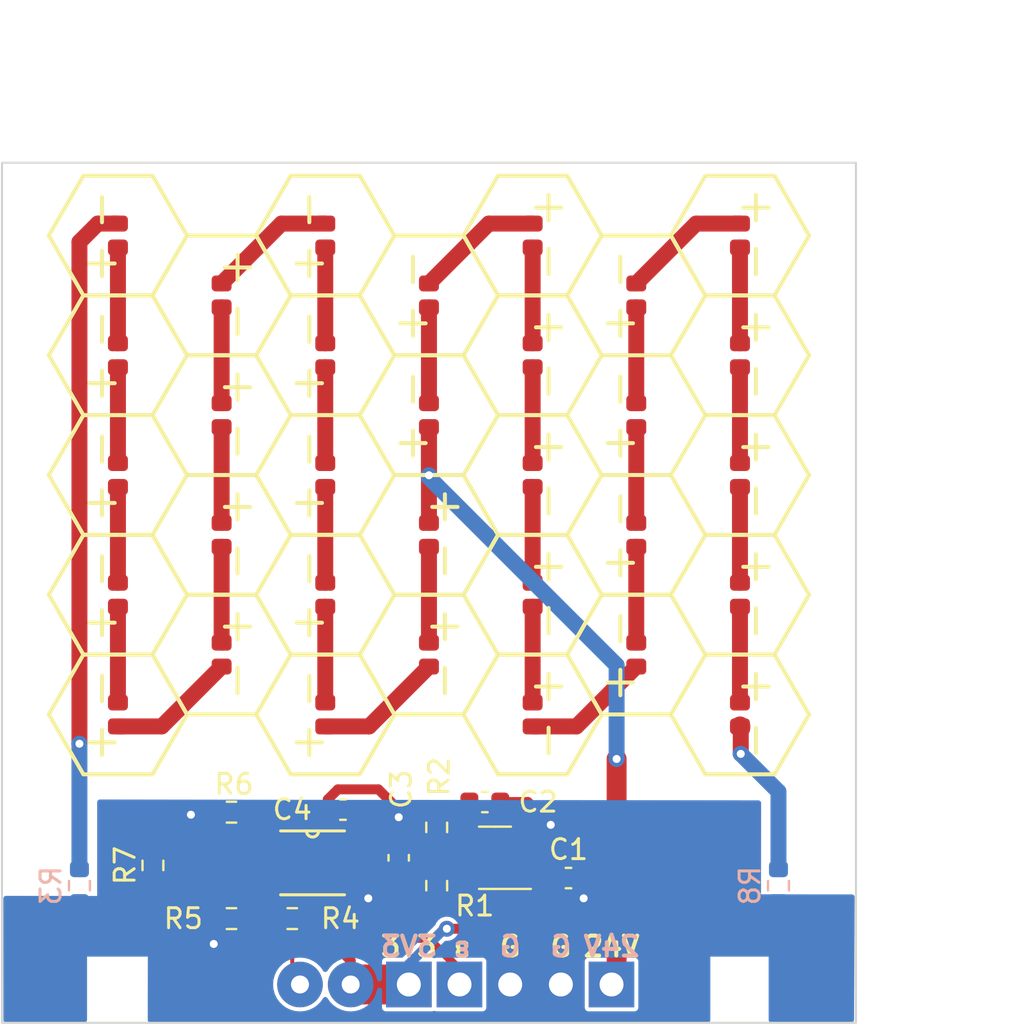
<source format=kicad_pcb>
(kicad_pcb (version 20211014) (generator pcbnew)
  (layers (0 "F.Cu" signal) (31 "B.Cu" signal) (34 "B.Paste" user) (35 "F.Paste" user) (36 "B.SilkS" user "B.Silkscreen") (37 "F.SilkS" user "F.Silkscreen") (38 "B.Mask" user) (39 "F.Mask" user) (44 "Edge.Cuts" user))
  (net 0 "")
  (net 1 "Net-(D1-Pad1)")
  (net 2 "GND")
  (net 3 "Net-(D5-Pad1)")
  (net 4 "Net-(D6-Pad1)")
  (net 5 "Net-(D7-Pad1)")
  (net 6 "Net-(D10-Pad1)")
  (net 7 "Net-(D11-Pad1)")
  (net 8 "Net-(D13-Pad1)")
  (net 9 "Net-(D14-Pad1)")
  (net 10 "Net-(D12-Pad1)")
  (net 11 "Net-(D17-Pad1)")
  (net 12 "Net-(D18-Pad1)")
  (net 13 "Net-(D19-Pad1)")
  (net 14 "Net-(D20-Pad1)")
  (net 15 "Net-(D21-Pad1)")
  (net 16 "Net-(D22-Pad1)")
  (net 17 "Net-(D23-Pad1)")
  (net 18 "Net-(D25-Pad1)")
  (net 19 "Net-(D26-Pad1)")
  (net 20 "Net-(D27-Pad1)")
  (net 21 "Net-(D28-Pad1)")
  (net 22 "Net-(D29-Pad1)")
  (net 23 "Net-(D30-Pad1)")
  (net 24 "Net-(D31-Pad1)")
  (net 25 "Net-(D8-Pad1)")
  (net 26 "Net-(D16-Pad1)")
  (net 27 "Net-(D24-Pad1)")
  (net 28 "Net-(D32-Pad1)")
  (net 29 "/24V")
  (net 30 "/3V3")
  (net 31 "/STRAIN")
  (net 32 "/bridge-")
  (net 33 "/Vmid")
  (net 34 "/bridge+")
  (net 35 "/r2")
  (net 36 "/r1")
  (net 37 "/bp")
  (net 38 "/adj")
  (net 39 "Net-(D1-Pad2)")
  (net 40 "Net-(D2-Pad2)")
  (net 41 "Net-(D3-Pad2)")
  (net 42 "Net-(D9-Pad1)")
  (net 43 "Net-(D14-Pad2)")
  (footprint "IRTouch:LED0603" (layer "F.Cu") (at 74.784609 42 -90)
    (fp_text reference "D20" hide)
    (fp_text value "LED")
    (pad "1" smd roundrect (at 0.6 0 270) (size 0.8 1) (layers "F.Cu" "F.Paste" "F.Mask") (net 14 "Net-(D20-Pad1)"))
    (pad "2" smd roundrect (at -0.6 0 270) (size 0.8 1) (layers "F.Cu" "F.Paste" "F.Mask") (net 13 "Net-(D19-Pad1)"))
  )
  (footprint "IRTouch:HEXAGON_3" (layer "F.Cu") (at 74.784609 36)
    (fp_text reference "REF**" hide)
    (fp_text value "HEXAGON_3" hide)
  )
  (footprint "IRTouch:LED0603" (layer "F.Cu") (at 85.176914 60 -90)
    (fp_text reference "D32" hide)
    (fp_text value "LED")
    (pad "1" smd roundrect (at 0.6 0 270) (size 0.8 1) (layers "F.Cu" "F.Paste" "F.Mask") (net 28 "Net-(D32-Pad1)"))
    (pad "2" smd roundrect (at -0.6 0 270) (size 0.8 1) (layers "F.Cu" "F.Paste" "F.Mask") (net 24 "Net-(D31-Pad1)"))
  )
  (footprint "IRTouch:LED0603" (layer "F.Cu") (at 64.392304 48 90)
    (fp_text reference "D12" hide)
    (fp_text value "LED")
    (pad "1" smd roundrect (at 0.6 0 90) (size 0.8 1) (layers "F.Cu" "F.Paste" "F.Mask") (net 10 "Net-(D12-Pad1)"))
    (pad "2" smd roundrect (at -0.6 0 90) (size 0.8 1) (layers "F.Cu" "F.Paste" "F.Mask") (net 8 "Net-(D13-Pad1)"))
  )
  (footprint "IRTouch:HEXAGON_3" (layer "F.Cu") (at 74.784609 48)
    (fp_text reference "REF**" hide)
    (fp_text value "HEXAGON_3" hide)
  )
  (footprint "IRTouch:LED0603" (layer "F.Cu") (at 69.588457 39 90)
    (fp_text reference "D18" hide)
    (fp_text value "LED")
    (pad "1" smd roundrect (at 0.6 0 90) (size 0.8 1) (layers "F.Cu" "F.Paste" "F.Mask") (net 12 "Net-(D18-Pad1)"))
    (pad "2" smd roundrect (at -0.6 0 90) (size 0.8 1) (layers "F.Cu" "F.Paste" "F.Mask") (net 11 "Net-(D17-Pad1)"))
  )
  (footprint "IRTouch:LED0603" (layer "F.Cu") (at 79.980762 57 90)
    (fp_text reference "D24" hide)
    (fp_text value "LED")
    (pad "1" smd roundrect (at 0.6 0 90) (size 0.8 1) (layers "F.Cu" "F.Paste" "F.Mask") (net 27 "Net-(D24-Pad1)"))
    (pad "2" smd roundrect (at -0.6 0 90) (size 0.8 1) (layers "F.Cu" "F.Paste" "F.Mask") (net 17 "Net-(D23-Pad1)"))
  )
  (footprint "IRTouch:HEXAGON_3" (layer "F.Cu") (at 54 36)
    (fp_text reference "REF**" hide)
    (fp_text value "HEXAGON_3" hide)
  )
  (footprint "Capacitor_SMD:C_0603_1608Metric" (layer "F.Cu") (at 72.39 64.389)
    (fp_text reference "C2" (at 2.667 0) (layer "F.SilkS"))
    (fp_text value "22nF")
    (pad "1" smd roundrect (at -0.775 0) (size 0.9 0.95) (layers "F.Cu" "F.Paste" "F.Mask") (net 37 "/bp"))
    (pad "2" smd roundrect (at 0.775 0) (size 0.9 0.95) (layers "F.Cu" "F.Paste" "F.Mask") (net 2 "GND"))
  )
  (footprint "IRTouch:HEXAGON_3" (layer "F.Cu") (at 54 48)
    (fp_text reference "REF**" hide)
    (fp_text value "HEXAGON_3" hide)
  )
  (footprint "IRTouch:LED0603" (layer "F.Cu") (at 85.176914 36 -90)
    (fp_text reference "D28" hide)
    (fp_text value "LED")
    (pad "1" smd roundrect (at 0.6 0 270) (size 0.8 1) (layers "F.Cu" "F.Paste" "F.Mask") (net 21 "Net-(D28-Pad1)"))
    (pad "2" smd roundrect (at -0.6 0 270) (size 0.8 1) (layers "F.Cu" "F.Paste" "F.Mask") (net 20 "Net-(D27-Pad1)"))
  )
  (footprint "IRTouch:LED0603" (layer "F.Cu") (at 74.784609 54 -90)
    (fp_text reference "D22" hide)
    (fp_text value "LED")
    (pad "1" smd roundrect (at 0.6 0 270) (size 0.8 1) (layers "F.Cu" "F.Paste" "F.Mask") (net 16 "Net-(D22-Pad1)"))
    (pad "2" smd roundrect (at -0.6 0 270) (size 0.8 1) (layers "F.Cu" "F.Paste" "F.Mask") (net 15 "Net-(D21-Pad1)"))
  )
  (footprint "IRTouch:2POS_INTERFACE" (layer "F.Cu") (at 71.12 73.533 180)
    (fp_text reference "I3" hide)
    (fp_text value "2POS_INTERFACE" hide)
    (pad "1" thru_hole rect (at 0 0 180) (size 2.286 2.286) (drill 1.2) (layers *.Cu *.Mask) (net 31 "/STRAIN"))
    (pad "2" thru_hole rect (at 2.54 0 180) (size 2.286 2.286) (drill 1.2) (layers *.Cu *.Mask) (net 30 "/3V3"))
  )
  (footprint "IRTouch:LED0603" (layer "F.Cu") (at 85.176914 48 -90)
    (fp_text reference "D30" hide)
    (fp_text value "LED")
    (pad "1" smd roundrect (at 0.6 0 270) (size 0.8 1) (layers "F.Cu" "F.Paste" "F.Mask") (net 23 "Net-(D30-Pad1)"))
    (pad "2" smd roundrect (at -0.6 0 270) (size 0.8 1) (layers "F.Cu" "F.Paste" "F.Mask") (net 22 "Net-(D29-Pad1)"))
  )
  (footprint "IRTouch:HEXAGON_3" (layer "F.Cu") (at 64.392304 54)
    (fp_text reference "REF**" hide)
    (fp_text value "HEXAGON_3" hide)
  )
  (footprint "Capacitor_SMD:C_0603_1608Metric" (layer "F.Cu") (at 68.072 67.183 90)
    (fp_text reference "C3" (at 3.429 0.127 90) (layer "F.SilkS"))
    (fp_text value "1µF")
    (pad "1" smd roundrect (at -0.775 0 90) (size 0.9 0.95) (layers "F.Cu" "F.Paste" "F.Mask") (net 33 "/Vmid"))
    (pad "2" smd roundrect (at 0.775 0 90) (size 0.9 0.95) (layers "F.Cu" "F.Paste" "F.Mask") (net 2 "GND"))
  )
  (footprint "IRTouch:HEXAGON_3" (layer "F.Cu") (at 69.588457 57)
    (fp_text reference "REF**" hide)
    (fp_text value "HEXAGON_3" hide)
  )
  (footprint "IRTouch:HEXAGON_3" (layer "F.Cu") (at 54 54)
    (fp_text reference "REF**" hide)
    (fp_text value "HEXAGON_3" hide)
  )
  (footprint "IRTouch:LED0603" (layer "F.Cu") (at 85.176914 54 -90)
    (fp_text reference "D31" hide)
    (fp_text value "LED")
    (pad "1" smd roundrect (at 0.6 0 270) (size 0.8 1) (layers "F.Cu" "F.Paste" "F.Mask") (net 24 "Net-(D31-Pad1)"))
    (pad "2" smd roundrect (at -0.6 0 270) (size 0.8 1) (layers "F.Cu" "F.Paste" "F.Mask") (net 23 "Net-(D30-Pad1)"))
  )
  (footprint "IRTouch:LED0603" (layer "F.Cu") (at 64.392304 60 90)
    (fp_text reference "D14" hide)
    (fp_text value "LED")
    (pad "1" smd roundrect (at 0.6 0 90) (size 0.8 1) (layers "F.Cu" "F.Paste" "F.Mask") (net 9 "Net-(D14-Pad1)"))
    (pad "2" smd roundrect (at -0.6 0 90) (size 0.8 1) (layers "F.Cu" "F.Paste" "F.Mask") (net 43 "Net-(D14-Pad2)"))
  )
  (footprint "Capacitor_SMD:C_0603_1608Metric" (layer "F.Cu") (at 76.581 68.199)
    (fp_text reference "C1" (at 0 -1.43) (layer "F.SilkS"))
    (fp_text value "2.2µF")
    (pad "1" smd roundrect (at -0.775 0) (size 0.9 0.95) (layers "F.Cu" "F.Paste" "F.Mask") (net 30 "/3V3"))
    (pad "2" smd roundrect (at 0.775 0) (size 0.9 0.95) (layers "F.Cu" "F.Paste" "F.Mask") (net 2 "GND"))
  )
  (footprint "IRTouch:HEXAGON_3" (layer "F.Cu") (at 59.196152 39)
    (fp_text reference "REF**" hide)
    (fp_text value "HEXAGON_3" hide)
  )
  (footprint "IRTouch:HEXAGON_3" (layer "F.Cu") (at 69.588457 39)
    (fp_text reference "REF**" hide)
    (fp_text value "HEXAGON_3" hide)
  )
  (footprint "IRTouch:LED0603" (layer "F.Cu") (at 69.588457 51 -90)
    (fp_text reference "D16" hide)
    (fp_text value "LED")
    (pad "1" smd roundrect (at 0.6 0 270) (size 0.8 1) (layers "F.Cu" "F.Paste" "F.Mask") (net 26 "Net-(D16-Pad1)"))
    (pad "2" smd roundrect (at -0.6 0 270) (size 0.8 1) (layers "F.Cu" "F.Paste" "F.Mask") (net 29 "/24V"))
  )
  (footprint "IRTouch:1POS_INTERFACE" (layer "F.Cu") (at 73.66 73.533)
    (fp_text reference "U3" hide)
    (fp_text value "1POS_INTERFACE" hide)
    (pad "1" thru_hole rect (at 0 0) (size 2.286 2.286) (drill 1.2) (layers *.Mask "F.Cu" "In1.Cu" "B.Cu") (net 2 "GND"))
  )
  (footprint "IRTouch:LED0603" (layer "F.Cu") (at 59.196152 51 -90)
    (fp_text reference "D7" hide)
    (fp_text value "LED")
    (pad "1" smd roundrect (at 0.6 0 270) (size 0.8 1) (layers "F.Cu" "F.Paste" "F.Mask") (net 5 "Net-(D7-Pad1)"))
    (pad "2" smd roundrect (at -0.6 0 270) (size 0.8 1) (layers "F.Cu" "F.Paste" "F.Mask") (net 25 "Net-(D8-Pad1)"))
  )
  (footprint "IRTouch:HEXAGON_3" (layer "F.Cu") (at 64.392304 36)
    (fp_text reference "REF**" hide)
    (fp_text value "HEXAGON_3" hide)
  )
  (footprint "IRTouch:HEXAGON_3" (layer "F.Cu") (at 74.784609 42)
    (fp_text reference "REF**" hide)
    (fp_text value "HEXAGON_3" hide)
  )
  (footprint "IRTouch:2POS_STRAIN_INTERFACE" (layer "F.Cu") (at 64.394229 73.533)
    (fp_text reference "I1" hide)
    (fp_text value "2POS_INTERFACE" hide)
    (pad "1" thru_hole circle (at -1.27 0) (size 2.286 2.286) (drill 0.9) (layers *.Cu *.Mask) (net 32 "/bridge-"))
    (pad "2" thru_hole circle (at 1.27 0) (size 2.286 2.286) (drill 0.9) (layers *.Cu *.Mask) (net 30 "/3V3"))
  )
  (footprint "IRTouch:HEXAGON_3" (layer "F.Cu") (at 79.980762 39)
    (fp_text reference "REF**" hide)
    (fp_text value "HEXAGON_3" hide)
  )
  (footprint "IRTouch:LED0603" (layer "F.Cu") (at 69.588457 57 -90)
    (fp_text reference "D15" hide)
    (fp_text value "LED")
    (pad "1" smd roundrect (at 0.6 0 270) (size 0.8 1) (layers "F.Cu" "F.Paste" "F.Mask") (net 43 "Net-(D14-Pad2)"))
    (pad "2" smd roundrect (at -0.6 0 270) (size 0.8 1) (layers "F.Cu" "F.Paste" "F.Mask") (net 26 "Net-(D16-Pad1)"))
  )
  (footprint "IRTouch:LED0603" (layer "F.Cu") (at 54 42 90)
    (fp_text reference "D2" hide)
    (fp_text value "LED")
    (pad "1" smd roundrect (at 0.6 0 90) (size 0.8 1) (layers "F.Cu" "F.Paste" "F.Mask") (net 39 "Net-(D1-Pad2)"))
    (pad "2" smd roundrect (at -0.6 0 90) (size 0.8 1) (layers "F.Cu" "F.Paste" "F.Mask") (net 40 "Net-(D2-Pad2)"))
  )
  (footprint "IRTouch:LED0603" (layer "F.Cu") (at 64.392304 54 90)
    (fp_text reference "D13" hide)
    (fp_text value "LED")
    (pad "1" smd roundrect (at 0.6 0 90) (size 0.8 1) (layers "F.Cu" "F.Paste" "F.Mask") (net 8 "Net-(D13-Pad1)"))
    (pad "2" smd roundrect (at -0.6 0 90) (size 0.8 1) (layers "F.Cu" "F.Paste" "F.Mask") (net 9 "Net-(D14-Pad1)"))
  )
  (footprint "Resistor_SMD:R_0603_1608Metric" (layer "F.Cu") (at 69.977 68.58 90)
    (fp_text reference "R1" (at -1.016 1.905 180) (layer "F.SilkS"))
    (fp_text value "106k")
    (pad "1" smd roundrect (at -0.825 0 90) (size 0.8 0.95) (layers "F.Cu" "F.Paste" "F.Mask") (net 33 "/Vmid"))
    (pad "2" smd roundrect (at 0.825 0 90) (size 0.8 0.95) (layers "F.Cu" "F.Paste" "F.Mask") (net 38 "/adj"))
  )
  (footprint "Resistor_SMD:R_0603_1608Metric" (layer "F.Cu") (at 59.69 70.231 180)
    (fp_text reference "R5" (at 2.413 0) (layer "F.SilkS"))
    (fp_text value "14k")
    (pad "1" smd roundrect (at -0.825 0 180) (size 0.8 0.95) (layers "F.Cu" "F.Paste" "F.Mask") (net 34 "/bridge+"))
    (pad "2" smd roundrect (at 0.825 0 180) (size 0.8 0.95) (layers "F.Cu" "F.Paste" "F.Mask") (net 2 "GND"))
  )
  (footprint "IRTouch:HEXAGON_3" (layer "F.Cu") (at 54 42)
    (fp_text reference "REF**" hide)
    (fp_text value "HEXAGON_3" hide)
  )
  (footprint "" (layer "F.Cu") (at 54 73.587266)
    (fp_text reference "" (at 0 0) (layer "F.SilkS") (effects (font (size 1.27 1.27))))
    (fp_text value "" (at 0 0) (layer "F.SilkS") (effects (font (size 1.27 1.27))))
    (pad "" np_thru_hole circle (at 0 0) (size 1.5 1.5) (drill 2.1) (layers F&B.Cu *.Mask))
  )
  (footprint "Resistor_SMD:R_0603_1608Metric" (layer "F.Cu") (at 69.977 65.659 90)
    (fp_text reference "R2" (at 2.54 0.127 90) (layer "F.SilkS"))
    (fp_text value "100k")
    (pad "1" smd roundrect (at -0.825 0 90) (size 0.8 0.95) (layers "F.Cu" "F.Paste" "F.Mask") (net 38 "/adj"))
    (pad "2" smd roundrect (at 0.825 0 90) (size 0.8 0.95) (layers "F.Cu" "F.Paste" "F.Mask") (net 2 "GND"))
  )
  (footprint "IRTouch:HEXAGON_3" (layer "F.Cu") (at 64.392304 48)
    (fp_text reference "REF**" hide)
    (fp_text value "HEXAGON_3" hide)
  )
  (footprint "IRTouch:LED0603" (layer "F.Cu") (at 59.196152 45 -90)
    (fp_text reference "D8" hide)
    (fp_text value "LED")
    (pad "1" smd roundrect (at 0.6 0 270) (size 0.8 1) (layers "F.Cu" "F.Paste" "F.Mask") (net 25 "Net-(D8-Pad1)"))
    (pad "2" smd roundrect (at -0.6 0 270) (size 0.8 1) (layers "F.Cu" "F.Paste" "F.Mask") (net 42 "Net-(D9-Pad1)"))
  )
  (footprint "IRTouch:LED0603" (layer "F.Cu") (at 79.980762 51 90)
    (fp_text reference "D25" hide)
    (fp_text value "LED")
    (pad "1" smd roundrect (at 0.6 0 90) (size 0.8 1) (layers "F.Cu" "F.Paste" "F.Mask") (net 18 "Net-(D25-Pad1)"))
    (pad "2" smd roundrect (at -0.6 0 90) (size 0.8 1) (layers "F.Cu" "F.Paste" "F.Mask") (net 27 "Net-(D24-Pad1)"))
  )
  (footprint "IRTouch:LED0603" (layer "F.Cu") (at 74.784609 48 -90)
    (fp_text reference "D21" hide)
    (fp_text value "LED")
    (pad "1" smd roundrect (at 0.6 0 270) (size 0.8 1) (layers "F.Cu" "F.Paste" "F.Mask") (net 15 "Net-(D21-Pad1)"))
    (pad "2" smd roundrect (at -0.6 0 270) (size 0.8 1) (layers "F.Cu" "F.Paste" "F.Mask") (net 14 "Net-(D20-Pad1)"))
  )
  (footprint "IRTouch:2POS_INTERFACE" (layer "F.Cu") (at 76.2 73.533)
    (fp_text reference "I2" hide)
    (fp_text value "2POS_INTERFACE" hide)
    (pad "1" thru_hole rect (at 0 0) (size 2.286 2.286) (drill 1.2) (layers *.Cu *.Mask) (net 2 "GND"))
    (pad "2" thru_hole rect (at 2.54 0) (size 2.286 2.286) (drill 1.2) (layers *.Cu *.Mask) (net 29 "/24V"))
  )
  (footprint "" (layer "F.Cu") (at 79.980762 34.5)
    (fp_text reference "" (at 0 0) (layer "F.SilkS") (effects (font (size 1.27 1.27))))
    (fp_text value "" (at 0 0) (layer "F.SilkS") (effects (font (size 1.27 1.27))))
    (pad "" np_thru_hole circle (at 0 0) (size 1.5 1.5) (drill 2.1) (layers F&B.Cu *.Mask))
  )
  (footprint "IRTouch:LED0603" (layer "F.Cu") (at 54 48 90)
    (fp_text reference "D3" hide)
    (fp_text value "LED")
    (pad "1" smd roundrect (at 0.6 0 90) (size 0.8 1) (layers "F.Cu" "F.Paste" "F.Mask") (net 40 "Net-(D2-Pad2)"))
    (pad "2" smd roundrect (at -0.6 0 90) (size 0.8 1) (layers "F.Cu" "F.Paste" "F.Mask") (net 41 "Net-(D3-Pad2)"))
  )
  (footprint "IRTouch:LED0603" (layer "F.Cu") (at 74.784609 36 -90)
    (fp_text reference "D19" hide)
    (fp_text value "LED")
    (pad "1" smd roundrect (at 0.6 0 270) (size 0.8 1) (layers "F.Cu" "F.Paste" "F.Mask") (net 13 "Net-(D19-Pad1)"))
    (pad "2" smd roundrect (at -0.6 0 270) (size 0.8 1) (layers "F.Cu" "F.Paste" "F.Mask") (net 12 "Net-(D18-Pad1)"))
  )
  (footprint "" (layer "F.Cu") (at 69.588457 34.5)
    (fp_text reference "" (at 0 0) (layer "F.SilkS") (effects (font (size 1.27 1.27))))
    (fp_text value "" (at 0 0) (layer "F.SilkS") (effects (font (size 1.27 1.27))))
    (pad "" np_thru_hole circle (at 0 0) (size 1.5 1.5) (drill 2.1) (layers F&B.Cu *.Mask))
  )
  (footprint "IRTouch:LED0603" (layer "F.Cu") (at 74.784609 60 -90)
    (fp_text reference "D23" hide)
    (fp_text value "LED")
    (pad "1" smd roundrect (at 0.6 0 270) (size 0.8 1) (layers "F.Cu" "F.Paste" "F.Mask") (net 17 "Net-(D23-Pad1)"))
    (pad "2" smd roundrect (at -0.6 0 270) (size 0.8 1) (layers "F.Cu" "F.Paste" "F.Mask") (net 16 "Net-(D22-Pad1)"))
  )
  (footprint "IRTouch:LED0603" (layer "F.Cu") (at 64.392304 36 90)
    (fp_text reference "D10" hide)
    (fp_text value "LED")
    (pad "1" smd roundrect (at 0.6 0 90) (size 0.8 1) (layers "F.Cu" "F.Paste" "F.Mask") (net 6 "Net-(D10-Pad1)"))
    (pad "2" smd roundrect (at -0.6 0 90) (size 0.8 1) (layers "F.Cu" "F.Paste" "F.Mask") (net 7 "Net-(D11-Pad1)"))
  )
  (footprint "IRTouch:SOP65P490X110-8N" (layer "F.Cu") (at 63.754 67.437)
    (fp_text reference "U2" hide)
    (fp_text value "AD8221ARMZ")
    (pad "1" smd rect (at -2.1844 -0.9652) (size 1.4986 0.4318) (layers "F.Cu" "F.Paste" "F.Mask") (net 32 "/bridge-"))
    (pad "2" smd rect (at -2.1844 -0.3302) (size 1.4986 0.4318) (layers "F.Cu" "F.Paste" "F.Mask") (net 36 "/r1"))
    (pad "3" smd rect (at -2.1844 0.3302) (size 1.4986 0.4318) (layers "F.Cu" "F.Paste" "F.Mask") (net 35 "/r2"))
    (pad "4" smd rect (at -2.1844 0.9652) (size 1.4986 0.4318) (layers "F.Cu" "F.Paste" "F.Mask") (net 34 "/bridge+"))
    (pad "5" smd rect (at 2.1844 0.9652) (size 1.4986 0.4318) (layers "F.Cu" "F.Paste" "F.Mask") (net 2 "GND"))
    (pad "6" smd rect (at 2.1844 0.3302) (size 1.4986 0.4318) (layers "F.Cu" "F.Paste" "F.Mask") (net 33 "/Vmid"))
    (pad "7" smd rect (at 2.1844 -0.3302) (size 1.4986 0.4318) (layers "F.Cu" "F.Paste" "F.Mask") (net 31 "/STRAIN"))
    (pad "8" smd rect (at 2.1844 -0.9652) (size 1.4986 0.4318) (layers "F.Cu" "F.Paste" "F.Mask") (net 30 "/3V3"))
  )
  (footprint "" (layer "F.Cu") (at 85.176914 73.587266)
    (fp_text reference "" (at 0 0) (layer "F.SilkS") (effects (font (size 1.27 1.27))))
    (fp_text value "" (at 0 0) (layer "F.SilkS") (effects (font (size 1.27 1.27))))
    (pad "" np_thru_hole circle (at 0 0) (size 1.5 1.5) (drill 2.1) (layers F&B.Cu *.Mask))
  )
  (footprint "IRTouch:HEXAGON_3" (layer "F.Cu") (at 85.176914 36)
    (fp_text reference "REF**" hide)
    (fp_text value "HEXAGON_3" hide)
  )
  (footprint "IRTouch:LED0603" (layer "F.Cu") (at 79.980762 45 90)
    (fp_text reference "D26" hide)
    (fp_text value "LED")
    (pad "1" smd roundrect (at 0.6 0 90) (size 0.8 1) (layers "F.Cu" "F.Paste" "F.Mask") (net 19 "Net-(D26-Pad1)"))
    (pad "2" smd roundrect (at -0.6 0 90) (size 0.8 1) (layers "F.Cu" "F.Paste" "F.Mask") (net 18 "Net-(D25-Pad1)"))
  )
  (footprint "IRTouch:HEXAGON_3" (layer "F.Cu") (at 69.588457 45)
    (fp_text reference "REF**" hide)
    (fp_text value "HEXAGON_3" hide)
  )
  (footprint "Resistor_SMD:R_0603_1608Metric" (layer "F.Cu") (at 62.738 70.231 180)
    (fp_text reference "R4" (at -2.413 0) (layer "F.SilkS"))
    (fp_text value "14k")
    (pad "1" smd roundrect (at -0.825 0 180) (size 0.8 0.95) (layers "F.Cu" "F.Paste" "F.Mask") (net 30 "/3V3"))
    (pad "2" smd roundrect (at 0.825 0 180) (size 0.8 0.95) (layers "F.Cu" "F.Paste" "F.Mask") (net 34 "/bridge+"))
  )
  (footprint "IRTouch:HEXAGON_3" (layer "F.Cu") (at 74.784609 60)
    (fp_text reference "REF**" hide)
    (fp_text value "HEXAGON_3" hide)
  )
  (footprint "IRTouch:HEXAGON_3" (layer "F.Cu") (at 85.176914 60)
    (fp_text reference "REF**" hide)
    (fp_text value "HEXAGON_3" hide)
  )
  (footprint "IRTouch:HEXAGON_3" (layer "F.Cu") (at 85.176914 54)
    (fp_text reference "REF**" hide)
    (fp_text value "HEXAGON_3" hide)
  )
  (footprint "IRTouch:HEXAGON_3" (layer "F.Cu") (at 59.196152 57)
    (fp_text reference "REF**" hide)
    (fp_text value "HEXAGON_3" hide)
  )
  (footprint "IRTouch:LED0603" (layer "F.Cu") (at 69.588457 45 90)
    (fp_text reference "D17" hide)
    (fp_text value "LED")
    (pad "1" smd roundrect (at 0.6 0 90) (size 0.8 1) (layers "F.Cu" "F.Paste" "F.Mask") (net 11 "Net-(D17-Pad1)"))
    (pad "2" smd roundrect (at -0.6 0 90) (size 0.8 1) (layers "F.Cu" "F.Paste" "F.Mask") (net 29 "/24V"))
  )
  (footprint "IRTouch:HEXAGON_3" (layer "F.Cu") (at 64.392304 42)
    (fp_text reference "REF**" hide)
    (fp_text value "HEXAGON_3" hide)
  )
  (footprint "IRTouch:LED0603" (layer "F.Cu") (at 64.392304 42 90)
    (fp_text reference "D11" hide)
    (fp_text value "LED")
    (pad "1" smd roundrect (at 0.6 0 90) (size 0.8 1) (layers "F.Cu" "F.Paste" "F.Mask") (net 7 "Net-(D11-Pad1)"))
    (pad "2" smd roundrect (at -0.6 0 90) (size 0.8 1) (layers "F.Cu" "F.Paste" "F.Mask") (net 10 "Net-(D12-Pad1)"))
  )
  (footprint "Capacitor_SMD:C_0603_1608Metric" (layer "F.Cu") (at 65.278 64.77 180)
    (fp_text reference "C4" (at 2.54 0) (layer "F.SilkS"))
    (fp_text value "0.1µF")
    (pad "1" smd roundrect (at -0.775 0 180) (size 0.9 0.95) (layers "F.Cu" "F.Paste" "F.Mask") (net 30 "/3V3"))
    (pad "2" smd roundrect (at 0.775 0 180) (size 0.9 0.95) (layers "F.Cu" "F.Paste" "F.Mask") (net 2 "GND"))
  )
  (footprint "IRTouch:SOT-23-6" (layer "F.Cu") (at 72.898 67.183 180)
    (fp_text reference "U1" hide)
    (fp_text value "RT9065GE" hide)
    (pad "1" smd roundrect (at -1.1375 -0.95 180) (size 1.325 0.6) (layers "F.Cu" "F.Paste" "F.Mask") (net 30 "/3V3"))
    (pad "2" smd roundrect (at -1.1375 0 180) (size 1.325 0.6) (layers "F.Cu" "F.Paste" "F.Mask") (net 2 "GND"))
    (pad "3" smd roundrect (at -1.1375 0.95 180) (size 1.325 0.6) (layers "F.Cu" "F.Paste" "F.Mask") (net 30 "/3V3"))
    (pad "4" smd roundrect (at 1.1375 0.95 180) (size 1.325 0.6) (layers "F.Cu" "F.Paste" "F.Mask") (net 37 "/bp"))
    (pad "5" smd roundrect (at 1.1375 0 180) (size 1.325 0.6) (layers "F.Cu" "F.Paste" "F.Mask") (net 38 "/adj"))
    (pad "6" smd roundrect (at 1.1375 -0.95 180) (size 1.325 0.6) (layers "F.Cu" "F.Paste" "F.Mask") (net 33 "/Vmid"))
  )
  (footprint "Resistor_SMD:R_0603_1608Metric" (layer "F.Cu") (at 59.69 64.897 180)
    (fp_text reference "R6" (at -0.127 1.397) (layer "F.SilkS"))
    (fp_text value "14k")
    (pad "1" smd roundrect (at -0.825 0 180) (size 0.8 0.95) (layers "F.Cu" "F.Paste" "F.Mask") (net 32 "/bridge-"))
    (pad "2" smd roundrect (at 0.825 0 180) (size 0.8 0.95) (layers "F.Cu" "F.Paste" "F.Mask") (net 2 "GND"))
  )
  (footprint "IRTouch:LED0603" (layer "F.Cu") (at 54 36 90)
    (fp_text reference "D1" hide)
    (fp_text value "LED")
    (pad "1" smd roundrect (at 0.6 0 90) (size 0.8 1) (layers "F.Cu" "F.Paste" "F.Mask") (net 1 "Net-(D1-Pad1)"))
    (pad "2" smd roundrect (at -0.6 0 90) (size 0.8 1) (layers "F.Cu" "F.Paste" "F.Mask") (net 39 "Net-(D1-Pad2)"))
  )
  (footprint "IRTouch:LED0603" (layer "F.Cu") (at 54 54 90)
    (fp_text reference "D4" hide)
    (fp_text value "LED")
    (pad "1" smd roundrect (at 0.6 0 90) (size 0.8 1) (layers "F.Cu" "F.Paste" "F.Mask") (net 41 "Net-(D3-Pad2)"))
    (pad "2" smd roundrect (at -0.6 0 90) (size 0.8 1) (layers "F.Cu" "F.Paste" "F.Mask") (net 3 "Net-(D5-Pad1)"))
  )
  (footprint "IRTouch:HEXAGON_3" (layer "F.Cu") (at 69.588457 51)
    (fp_text reference "REF**" hide)
    (fp_text value "HEXAGON_3" hide)
  )
  (footprint "IRTouch:LED0603" (layer "F.Cu") (at 54 60 90)
    (fp_text reference "D5" hide)
    (fp_text value "LED")
    (pad "1" smd roundrect (at 0.6 0 90) (size 0.8 1) (layers "F.Cu" "F.Paste" "F.Mask") (net 3 "Net-(D5-Pad1)"))
    (pad "2" smd roundrect (at -0.6 0 90) (size 0.8 1) (layers "F.Cu" "F.Paste" "F.Mask") (net 4 "Net-(D6-Pad1)"))
  )
  (footprint "IRTouch:HEXAGON_3" (layer "F.Cu") (at 54 60)
    (fp_text reference "REF**" hide)
    (fp_text value "HEXAGON_3" hide)
  )
  (footprint "IRTouch:HEXAGON_3" (layer "F.Cu") (at 64.392304 60)
    (fp_text reference "REF**" hide)
    (fp_text value "HEXAGON_3" hide)
  )
  (footprint "IRTouch:HEXAGON_3" (layer "F.Cu") (at 74.784609 54)
    (fp_text reference "REF**" hide)
    (fp_text value "HEXAGON_3" hide)
  )
  (footprint "IRTouch:HEXAGON_3" (layer "F.Cu") (at 59.196152 51)
    (fp_text reference "REF**" hide)
    (fp_text value "HEXAGON_3" hide)
  )
  (footprint "IRTouch:LED0603" (layer "F.Cu") (at 85.176914 42 -90)
    (fp_text reference "D29" hide)
    (fp_text value "LED")
    (pad "1" smd roundrect (at 0.6 0 270) (size 0.8 1) (layers "F.Cu" "F.Paste" "F.Mask") (net 22 "Net-(D29-Pad1)"))
    (pad "2" smd roundrect (at -0.6 0 270) (size 0.8 1) (layers "F.Cu" "F.Paste" "F.Mask") (net 21 "Net-(D28-Pad1)"))
  )
  (footprint "IRTouch:HEXAGON_3" (layer "F.Cu") (at 59.196152 45)
    (fp_text reference "REF**" hide)
    (fp_text value "HEXAGON_3" hide)
  )
  (footprint "IRTouch:LED0603" (layer "F.Cu") (at 59.196152 39 -90)
    (fp_text reference "D9" hide)
    (fp_text value "LED")
    (pad "1" smd roundrect (at 0.6 0 270) (size 0.8 1) (layers "F.Cu" "F.Paste" "F.Mask") (net 42 "Net-(D9-Pad1)"))
    (pad "2" smd roundrect (at -0.6 0 270) (size 0.8 1) (layers "F.Cu" "F.Paste" "F.Mask") (net 6 "Net-(D10-Pad1)"))
  )
  (footprint "IRTouch:LED0603" (layer "F.Cu") (at 59.196152 57 -90)
    (fp_text reference "D6" hide)
    (fp_text value "LED")
    (pad "1" smd roundrect (at 0.6 0 270) (size 0.8 1) (layers "F.Cu" "F.Paste" "F.Mask") (net 4 "Net-(D6-Pad1)"))
    (pad "2" smd roundrect (at -0.6 0 270) (size 0.8 1) (layers "F.Cu" "F.Paste" "F.Mask") (net 5 "Net-(D7-Pad1)"))
  )
  (footprint "IRTouch:HEXAGON_3" (layer "F.Cu") (at 85.176914 48)
    (fp_text reference "REF**" hide)
    (fp_text value "HEXAGON_3" hide)
  )
  (footprint "IRTouch:HEXAGON_3" (layer "F.Cu") (at 85.176914 42)
    (fp_text reference "REF**" hide)
    (fp_text value "HEXAGON_3" hide)
  )
  (footprint "" (layer "F.Cu") (at 59.2 34.5)
    (fp_text reference "" (at 0 0) (layer "F.SilkS") (effects (font (size 1.27 1.27))))
    (fp_text value "" (at 0 0) (layer "F.SilkS") (effects (font (size 1.27 1.27))))
    (pad "" np_thru_hole circle (at 0 0) (size 1.5 1.5) (drill 2.1) (layers F&B.Cu *.Mask))
  )
  (footprint "Resistor_SMD:R_0603_1608Metric" (layer "F.Cu") (at 55.753 67.564 -90)
    (fp_text reference "R7" (at 0 1.397 90) (layer "F.SilkS"))
    (fp_text value "R")
    (pad "1" smd roundrect (at -0.825 0 270) (size 0.8 0.95) (layers "F.Cu" "F.Paste" "F.Mask") (net 36 "/r1"))
    (pad "2" smd roundrect (at 0.825 0 270) (size 0.8 0.95) (layers "F.Cu" "F.Paste" "F.Mask") (net 35 "/r2"))
  )
  (footprint "IRTouch:HEXAGON_3" (layer "F.Cu") (at 79.980762 57)
    (fp_text reference "REF**" hide)
    (fp_text value "HEXAGON_3" hide)
  )
  (footprint "IRTouch:LED0603" (layer "F.Cu") (at 79.980762 39 90)
    (fp_text reference "D27" hide)
    (fp_text value "LED")
    (pad "1" smd roundrect (at 0.6 0 90) (size 0.8 1) (layers "F.Cu" "F.Paste" "F.Mask") (net 20 "Net-(D27-Pad1)"))
    (pad "2" smd roundrect (at -0.6 0 90) (size 0.8 1) (layers "F.Cu" "F.Paste" "F.Mask") (net 19 "Net-(D26-Pad1)"))
  )
  (footprint "IRTouch:HEXAGON_3" (layer "F.Cu") (at 79.980762 51)
    (fp_text reference "REF**" hide)
    (fp_text value "HEXAGON_3" hide)
  )
  (footprint "Resistor_SMD:R_0603_1608Metric" (layer "B.Cu") (at 52.07 68.58 -90)
    (fp_text reference "R3" (at 0 1.43 90) (layer "B.SilkS") (effects (justify mirror)))
    (fp_text value "R")
    (pad "1" smd roundrect (at -0.825 0 270) (size 0.8 0.95) (layers "B.Cu" "B.Paste" "B.Mask") (net 1 "Net-(D1-Pad1)"))
    (pad "2" smd roundrect (at 0.825 0 270) (size 0.8 0.95) (layers "B.Cu" "B.Paste" "B.Mask") (net 2 "GND"))
  )
  (footprint "Resistor_SMD:R_0603_1608Metric" (layer "B.Cu") (at 87.106957 68.58 -90)
    (fp_text reference "R8" (at 0 1.43 -270) (layer "B.SilkS") (effects (justify mirror)))
    (fp_text value "R")
    (pad "1" smd roundrect (at -0.825 0 270) (size 0.8 0.95) (layers "B.Cu" "B.Paste" "B.Mask") (net 28 "Net-(D32-Pad1)"))
    (pad "2" smd roundrect (at 0.825 0 270) (size 0.8 0.95) (layers "B.Cu" "B.Paste" "B.Mask") (net 2 "GND"))
  )
  (gr_rect (start 48.188457 32.35) (end 90.988457 75.45) (layer "Edge.Cuts") (width 0.1) (fill none))
  (gr_text "3V3" (at 68.58 71.628) (layer "B.SilkS") (effects (font (size 1 1) (thickness 0.2)) (justify mirror)))
  (gr_text "ε" (at 71.247 71.882 -180) (layer "B.SilkS") (effects (font (size 1 1) (thickness 0.2))))
  (gr_text "G" (at 73.66 71.628) (layer "B.SilkS") (effects (font (size 1 1) (thickness 0.2)) (justify mirror)))
  (gr_text "24V" (at 78.74 71.628) (layer "B.SilkS") (effects (font (size 1 1) (thickness 0.2)) (justify mirror)))
  (gr_text "G" (at 76.2 71.628) (layer "B.SilkS") (effects (font (size 1 1) (thickness 0.2)) (justify mirror)))
  (gr_text "24V" (at 78.74 71.628) (layer "F.SilkS") (effects (font (size 1 1) (thickness 0.2))))
  (gr_text "ε" (at 71.247 71.882 180) (layer "F.SilkS") (effects (font (size 1 1) (thickness 0.2)) (justify mirror)))
  (gr_text "G" (at 76.2 71.628) (layer "F.SilkS") (effects (font (size 1 1) (thickness 0.2))))
  (gr_text "G" (at 73.66 71.628) (layer "F.SilkS") (effects (font (size 1 1) (thickness 0.2))))
  (gr_text "3V3" (at 68.58 71.628) (layer "F.SilkS") (effects (font (size 1 1) (thickness 0.2))))
  (segment (start 52.07 36.322) (end 52.992 35.4) (width 0.8) (layer "F.Cu") (net 1))
  (segment (start 52.07 61.468) (end 52.07 36.322) (width 0.8) (layer "F.Cu") (net 1))
  (segment (start 52.992 35.4) (end 54 35.4) (width 0.8) (layer "F.Cu") (net 1))
  (via (at 52.07 61.468) (size 0.8) (drill 0.4) (layers "F.Cu" "B.Cu") (net 1))
  (segment (start 52.07 67.755) (end 52.07 61.468) (width 0.8) (layer "B.Cu") (net 1))
  (segment (start 77.356 69.202) (end 77.343 69.215) (width 0.5) (layer "F.Cu") (net 2))
  (segment (start 58.865 70.231) (end 58.865 71.437) (width 0.8) (layer "F.Cu") (net 2))
  (segment (start 65.9384 68.6054) (end 66.548 69.215) (width 0.4) (layer "F.Cu") (net 2))
  (segment (start 64.503 64.77) (end 64.516 64.757) (width 0.5) (layer "F.Cu") (net 2))
  (segment (start 65.9384 68.4022) (end 65.9384 68.6054) (width 0.25) (layer "F.Cu") (net 2))
  (segment (start 67.056 63.754) (end 68.072 64.77) (width 0.5) (layer "F.Cu") (net 2))
  (segment (start 69.977 64.834) (end 68.389 64.834) (width 0.8) (layer "F.Cu") (net 2))
  (segment (start 74.0355 67.183) (end 76.34 67.183) (width 0.5) (layer "F.Cu") (net 2))
  (segment (start 76.34 67.183) (end 77.356 68.199) (width 0.5) (layer "F.Cu") (net 2))
  (segment (start 68.072 66.408) (end 68.072 65.151) (width 0.5) (layer "F.Cu") (net 2))
  (segment (start 68.072 64.77) (end 68.072 65.151) (width 0.5) (layer "F.Cu") (net 2))
  (segment (start 68.389 64.834) (end 68.072 65.151) (width 0.8) (layer "F.Cu") (net 2))
  (segment (start 77.356 68.199) (end 77.356 69.202) (width 0.5) (layer "F.Cu") (net 2))
  (segment (start 57.785 64.897) (end 58.865 64.897) (width 0.8) (layer "F.Cu") (net 2))
  (segment (start 58.865 71.437) (end 58.801 71.501) (width 0.8) (layer "F.Cu") (net 2))
  (segment (start 64.516 64.757) (end 64.516 64.262) (width 0.5) (layer "F.Cu") (net 2))
  (segment (start 74.549 64.389) (end 75.692 65.532) (width 0.5) (layer "F.Cu") (net 2))
  (segment (start 57.658 65.024) (end 57.785 64.897) (width 0.8) (layer "F.Cu") (net 2))
  (segment (start 65.024 63.754) (end 67.056 63.754) (width 0.5) (layer "F.Cu") (net 2))
  (segment (start 73.165 64.389) (end 74.549 64.389) (width 0.5) (layer "F.Cu") (net 2))
  (segment (start 64.516 64.262) (end 65.024 63.754) (width 0.5) (layer "F.Cu") (net 2))
  (via (at 75.692 65.532) (size 0.8) (drill 0.4) (layers "F.Cu" "B.Cu") (net 2))
  (via (at 57.658 65.024) (size 0.8) (drill 0.4) (layers "F.Cu" "B.Cu") (net 2))
  (via (at 58.801 71.501) (size 0.8) (drill 0.4) (layers "F.Cu" "B.Cu") (net 2))
  (via (at 68.072 65.151) (size 0.8) (drill 0.4) (layers "F.Cu" "B.Cu") (net 2))
  (via (at 66.548 69.215) (size 0.8) (drill 0.4) (layers "F.Cu" "B.Cu") (net 2))
  (via (at 77.343 69.215) (size 0.8) (drill 0.4) (layers "F.Cu" "B.Cu") (net 2))
  (segment (start 54 54.6) (end 54 59.4) (width 0.8) (layer "F.Cu") (net 3))
  (segment (start 56.196152 60.6) (end 59.196152 57.6) (width 0.8) (layer "F.Cu") (net 4))
  (segment (start 54 60.6) (end 56.196152 60.6) (width 0.8) (layer "F.Cu") (net 4))
  (segment (start 59.196152 56.4) (end 59.196152 51.6) (width 0.8) (layer "F.Cu") (net 5))
  (segment (start 62.196152 35.4) (end 64.392304 35.4) (width 0.8) (layer "F.Cu") (net 6))
  (segment (start 59.196152 38.4) (end 62.196152 35.4) (width 0.8) (layer "F.Cu") (net 6))
  (segment (start 64.392304 36.6) (end 64.392304 41.4) (width 0.8) (layer "F.Cu") (net 7))
  (segment (start 64.392304 48.6) (end 64.392304 53.4) (width 0.8) (layer "F.Cu") (net 8))
  (segment (start 64.392304 54.6) (end 64.392304 59.4) (width 0.8) (layer "F.Cu") (net 9))
  (segment (start 64.392304 42.6) (end 64.392304 47.4) (width 0.8) (layer "F.Cu") (net 10))
  (segment (start 69.588457 44.4) (end 69.588457 39.6) (width 0.8) (layer "F.Cu") (net 11))
  (segment (start 72.588457 35.4) (end 74.784609 35.4) (width 0.8) (layer "F.Cu") (net 12))
  (segment (start 69.588457 38.4) (end 72.588457 35.4) (width 0.8) (layer "F.Cu") (net 12))
  (segment (start 74.784609 36.6) (end 74.784609 41.4) (width 0.8) (layer "F.Cu") (net 13))
  (segment (start 74.784609 42.6) (end 74.784609 47.4) (width 0.8) (layer "F.Cu") (net 14))
  (segment (start 74.784609 48.6) (end 74.784609 53.4) (width 0.8) (layer "F.Cu") (net 15))
  (segment (start 74.784609 54.6) (end 74.784609 59.4) (width 0.8) (layer "F.Cu") (net 16))
  (segment (start 76.980762 60.6) (end 79.980762 57.6) (width 0.8) (layer "F.Cu") (net 17))
  (segment (start 74.784609 60.6) (end 76.980762 60.6) (width 0.8) (layer "F.Cu") (net 17))
  (segment (start 79.980762 50.4) (end 79.980762 45.6) (width 0.8) (layer "F.Cu") (net 18))
  (segment (start 79.980762 44.4) (end 79.980762 39.6) (width 0.8) (layer "F.Cu") (net 19))
  (segment (start 82.980762 35.4) (end 85.176914 35.4) (width 0.8) (layer "F.Cu") (net 20))
  (segment (start 79.980762 38.4) (end 82.980762 35.4) (width 0.8) (layer "F.Cu") (net 20))
  (segment (start 85.176914 36.6) (end 85.176914 41.4) (width 0.8) (layer "F.Cu") (net 21))
  (segment (start 85.176914 42.6) (end 85.176914 47.4) (width 0.8) (layer "F.Cu") (net 22))
  (segment (start 85.176914 48.6) (end 85.176914 53.4) (width 0.8) (layer "F.Cu") (net 23))
  (segment (start 85.176914 54.6) (end 85.176914 59.4) (width 0.8) (layer "F.Cu") (net 24))
  (segment (start 59.196152 50.4) (end 59.196152 45.6) (width 0.8) (layer "F.Cu") (net 25))
  (segment (start 69.588457 56.4) (end 69.588457 51.6) (width 0.8) (layer "F.Cu") (net 26))
  (segment (start 79.980762 51.6) (end 79.980762 56.4) (width 0.8) (layer "F.Cu") (net 27))
  (segment (start 85.217 60.640086) (end 85.176914 60.6) (width 0.8) (layer "F.Cu") (net 28))
  (segment (start 85.2 60.623086) (end 85.176914 60.6) (width 1) (layer "F.Cu") (net 28))
  (segment (start 85.217 61.976) (end 85.217 60.640086) (width 0.8) (layer "F.Cu") (net 28))
  (via (at 85.217 61.976) (size 0.8) (drill 0.4) (layers "F.Cu" "B.Cu") (net 28))
  (segment (start 87.106957 67.755) (end 87.106957 63.865957) (width 0.8) (layer "B.Cu") (net 28))
  (segment (start 87.106957 63.865957) (end 85.217 61.976) (width 0.8) (layer "B.Cu") (net 28))
  (segment (start 78.994 62.23) (end 78.994 73.279) (width 1) (layer "F.Cu") (net 29))
  (segment (start 69.588457 48.013543) (end 69.588457 45.6) (width 0.8) (layer "F.Cu") (net 29))
  (segment (start 69.588457 50.4) (end 69.588457 45.6) (width 0.8) (layer "F.Cu") (net 29))
  (segment (start 78.994 73.279) (end 78.74 73.533) (width 1) (layer "F.Cu") (net 29))
  (via (at 69.588457 48.013543) (size 0.8) (drill 0.4) (layers "F.Cu" "B.Cu") (net 29))
  (via (at 78.994 62.23) (size 0.8) (drill 0.4) (layers "F.Cu" "B.Cu") (net 29))
  (segment (start 69.588457 48.013543) (end 69.588457 48.125457) (width 0.8) (layer "B.Cu") (net 29))
  (segment (start 78.994 57.531) (end 78.994 62.23) (width 0.8) (layer "B.Cu") (net 29))
  (segment (start 69.588457 48.125457) (end 78.994 57.531) (width 0.8) (layer "B.Cu") (net 29))
  (segment (start 72.898 67.564) (end 73.467 68.133) (width 0.5) (layer "F.Cu") (net 30))
  (segment (start 74.0355 68.133) (end 75.74 68.133) (width 0.5) (layer "F.Cu") (net 30))
  (segment (start 73.467 68.133) (end 74.0355 68.133) (width 0.5) (layer "F.Cu") (net 30))
  (segment (start 64.5922 66.4718) (end 65.9384 66.4718) (width 0.4) (layer "F.Cu") (net 30))
  (segment (start 70.485 70.739) (end 71.247 70.739) (width 0.5) (layer "F.Cu") (net 30))
  (segment (start 63.563 67.501) (end 63.563 70.231) (width 0.4) (layer "F.Cu") (net 30))
  (segment (start 65.9384 66.4718) (end 65.9384 64.8846) (width 0.4) (layer "F.Cu") (net 30))
  (segment (start 63.563 70.231) (end 65.664229 72.332229) (width 0.5) (layer "F.Cu") (net 30))
  (segment (start 65.9384 64.8846) (end 66.053 64.77) (width 0.25) (layer "F.Cu") (net 30))
  (segment (start 65.664229 73.533) (end 68.58 73.533) (width 2) (layer "F.Cu") (net 30))
  (segment (start 63.563 67.501) (end 64.5922 66.4718) (width 0.4) (layer "F.Cu") (net 30))
  (segment (start 65.664229 72.332229) (end 65.664229 73.533) (width 0.5) (layer "F.Cu") (net 30))
  (segment (start 74.0355 66.233) (end 73.34 66.233) (width 0.5) (layer "F.Cu") (net 30))
  (segment (start 73.34 66.233) (end 72.898 66.675) (width 0.5) (layer "F.Cu") (net 30))
  (segment (start 71.247 70.739) (end 73.853 68.133) (width 0.5) (layer "F.Cu") (net 30))
  (segment (start 72.898 66.675) (end 72.898 67.564) (width 0.5) (layer "F.Cu") (net 30))
  (segment (start 73.853 68.133) (end 74.0355 68.133) (width 0.5) (layer "F.Cu") (net 30))
  (segment (start 75.74 68.133) (end 75.806 68.199) (width 0.5) (layer "F.Cu") (net 30))
  (via (at 70.485 70.739) (size 0.8) (drill 0.4) (layers "F.Cu" "B.Cu") (net 30))
  (segment (start 70.358 70.739) (end 68.58 72.517) (width 0.5) (layer "B.Cu") (net 30))
  (segment (start 68.58 72.517) (end 68.58 73.533) (width 0.5) (layer "B.Cu") (net 30))
  (segment (start 70.485 70.739) (end 70.358 70.739) (width 0.5) (layer "B.Cu") (net 30))
  (segment (start 65.9384 67.1068) (end 65.8622 67.183) (width 0.25) (layer "F.Cu") (net 31))
  (segment (start 64.516 67.564) (end 64.516 69.215) (width 0.4) (layer "F.Cu") (net 31))
  (segment (start 71.12 73.279) (end 71.12 73.533) (width 0.25) (layer "F.Cu") (net 31))
  (segment (start 66.548 71.247) (end 69.596 71.247) (width 0.4) (layer "F.Cu") (net 31))
  (segment (start 65.8622 67.183) (end 65.278 67.183) (width 0.25) (layer "F.Cu") (net 31))
  (segment (start 69.596 71.247) (end 71.12 72.771) (width 0.4) (layer "F.Cu") (net 31))
  (segment (start 64.516 69.215) (end 66.548 71.247) (width 0.4) (layer "F.Cu") (net 31))
  (segment (start 64.9732 67.1068) (end 64.516 67.564) (width 0.4) (layer "F.Cu") (net 31))
  (segment (start 71.12 72.771) (end 71.12 73.279) (width 0.4) (layer "F.Cu") (net 31))
  (segment (start 65.9384 67.1068) (end 64.9732 67.1068) (width 0.4) (layer "F.Cu") (net 31))
  (segment (start 61.5696 65.9516) (end 60.515 64.897) (width 0.4) (layer "F.Cu") (net 32))
  (segment (start 62.484 66.548) (end 62.738 66.802) (width 0.2) (layer "F.Cu") (net 32))
  (segment (start 61.5696 66.4718) (end 61.5696 65.9516) (width 0.4) (layer "F.Cu") (net 32))
  (segment (start 61.5696 66.4718) (end 61.6458 66.548) (width 0.2) (layer "F.Cu") (net 32))
  (segment (start 62.738 73.146771) (end 63.124229 73.533) (width 0.2) (layer "F.Cu") (net 32))
  (segment (start 62.738 66.802) (end 62.738 73.146771) (width 0.2) (layer "F.Cu") (net 32))
  (segment (start 61.6458 66.548) (end 62.484 66.548) (width 0.2) (layer "F.Cu") (net 32))
  (segment (start 70.4885 69.405) (end 71.7605 68.133) (width 0.5) (layer "F.Cu") (net 33))
  (segment (start 65.9384 67.7672) (end 67.8812 67.7672) (width 0.4) (layer "F.Cu") (net 33))
  (segment (start 69.977 69.405) (end 69.519 69.405) (width 0.5) (layer "F.Cu") (net 33))
  (segment (start 69.519 69.405) (end 68.072 67.958) (width 0.5) (layer "F.Cu") (net 33))
  (segment (start 67.8812 67.7672) (end 68.072 67.958) (width 0.25) (layer "F.Cu") (net 33))
  (segment (start 69.977 69.405) (end 70.4885 69.405) (width 0.5) (layer "F.Cu") (net 33))
  (segment (start 61.5696 68.4022) (end 61.5696 69.8876) (width 0.4) (layer "F.Cu") (net 34))
  (segment (start 61.5696 69.8876) (end 61.913 70.231) (width 0.2) (layer "F.Cu") (net 34))
  (segment (start 60.515 70.231) (end 61.913 70.231) (width 0.8) (layer "F.Cu") (net 34))
  (segment (start 61.5696 67.7672) (end 59.2328 67.7672) (width 0.4) (layer "F.Cu") (net 35))
  (segment (start 58.611 68.389) (end 55.753 68.389) (width 0.4) (layer "F.Cu") (net 35))
  (segment (start 59.2328 67.7672) (end 58.611 68.389) (width 0.4) (layer "F.Cu") (net 35))
  (segment (start 58.928 66.739) (end 55.753 66.739) (width 0.4) (layer "F.Cu") (net 36))
  (segment (start 61.5696 67.1068) (end 59.2958 67.1068) (width 0.4) (layer "F.Cu") (net 36))
  (segment (start 59.2958 67.1068) (end 58.928 66.739) (width 0.4) (layer "F.Cu") (net 36))
  (segment (start 71.7605 64.5345) (end 71.615 64.389) (width 0.5) (layer "F.Cu") (net 37))
  (segment (start 71.7605 66.233) (end 71.7605 64.5345) (width 0.5) (layer "F.Cu") (net 37))
  (segment (start 69.977 67.183) (end 69.977 66.484) (width 0.5) (layer "F.Cu") (net 38))
  (segment (start 71.7605 67.183) (end 69.977 67.183) (width 0.5) (layer "F.Cu") (net 38))
  (segment (start 69.977 67.755) (end 69.977 67.183) (width 0.5) (layer "F.Cu") (net 38))
  (segment (start 54 36.6) (end 54 41.4) (width 0.8) (layer "F.Cu") (net 39))
  (segment (start 54 42.6) (end 54 47.4) (width 0.8) (layer "F.Cu") (net 40))
  (segment (start 54 48.6) (end 54 53.4) (width 0.8) (layer "F.Cu") (net 41))
  (segment (start 59.196152 44.4) (end 59.196152 39.6) (width 0.8) (layer "F.Cu") (net 42))
  (segment (start 66.588457 60.6) (end 69.588457 57.6) (width 0.8) (layer "F.Cu") (net 43))
  (segment (start 64.392304 60.6) (end 66.588457 60.6) (width 0.8) (layer "F.Cu") (net 43))
  (zone (net 2) (net_name "GND") (layer "B.Cu") (connect_pads yes (clearance 0)) (min_thickness 0.254) (fill yes (thermal_gap 0) (thermal_bridge_width 3))
    (polygon (pts (xy 90.893529 75.438) (xy 86.614 75.438) (xy 86.614 72.136) (xy 83.693 72.136) (xy 83.693 75.438) (xy 73.279 75.438) (xy 73.152 75.438) (xy 69.85 75.438) (xy 69.723 75.438) (xy 55.493331 75.43795) (xy 55.499 72.136) (xy 52.451 72.136) (xy 52.451 75.438) (xy 48.26 75.438) (xy 48.254405 69.090346) (xy 52.959 69.095792) (xy 52.959 64.262) (xy 86.236967 64.306015) (xy 86.231313 69.013019) (xy 90.926398 69.018595)))
  )
)
</source>
